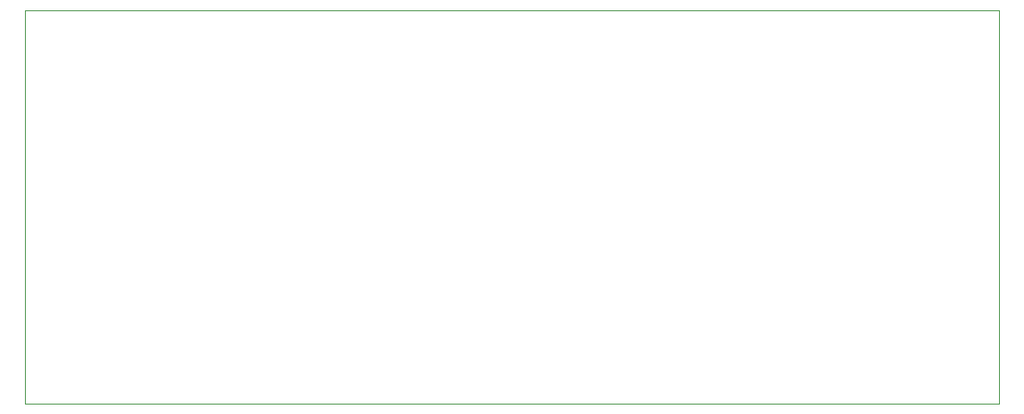
<source format=gbr>
%TF.GenerationSoftware,KiCad,Pcbnew,(6.0.2)*%
%TF.CreationDate,2023-02-07T01:45:27+03:00*%
%TF.ProjectId,Pistol_Camera_Driver,50697374-6f6c-45f4-9361-6d6572615f44,rev?*%
%TF.SameCoordinates,Original*%
%TF.FileFunction,Profile,NP*%
%FSLAX46Y46*%
G04 Gerber Fmt 4.6, Leading zero omitted, Abs format (unit mm)*
G04 Created by KiCad (PCBNEW (6.0.2)) date 2023-02-07 01:45:27*
%MOMM*%
%LPD*%
G01*
G04 APERTURE LIST*
%TA.AperFunction,Profile*%
%ADD10C,0.100000*%
%TD*%
G04 APERTURE END LIST*
D10*
X76650000Y-24350000D02*
X172400000Y-24350000D01*
X172400000Y-24350000D02*
X172400000Y-63050000D01*
X172400000Y-63050000D02*
X76650000Y-63050000D01*
X76650000Y-63050000D02*
X76650000Y-24350000D01*
M02*

</source>
